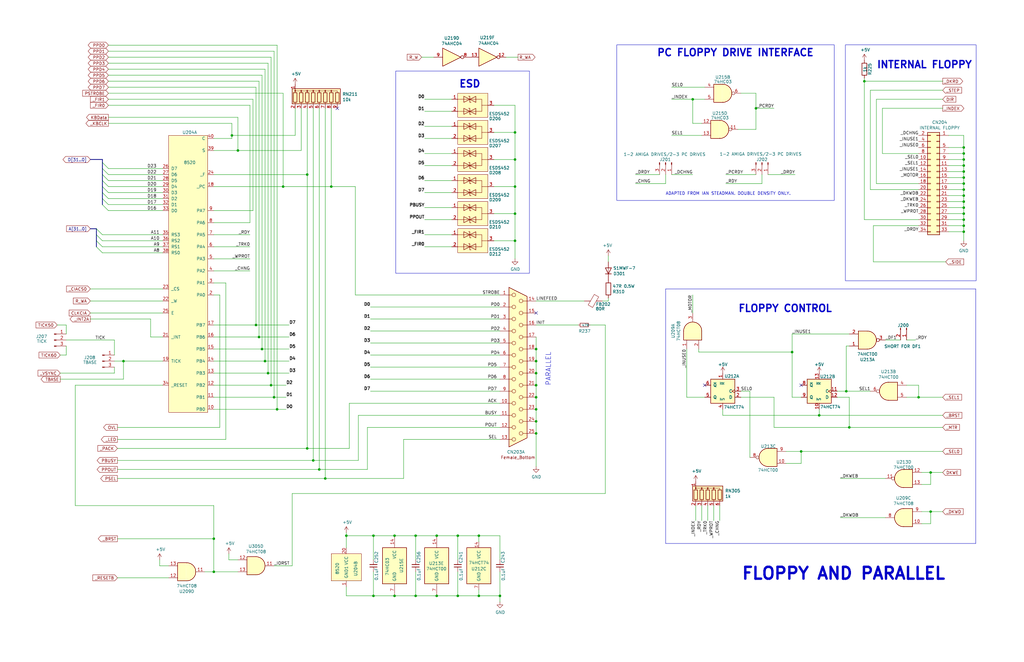
<source format=kicad_sch>
(kicad_sch (version 20231120) (generator "eeschema") (generator_version "8.0")
  (paper "B")
  (title_block (title "AMIGA PCI") (date "2025-07-11") (rev "6.0"))
  (junction (at 364.49 34.29))
  (junction (at 90.17 227.33))
  (junction (at 201.93 226.06))
  (junction (at 90.17 241.3))
  (junction (at 129.54 73.66))
  (junction (at 109.22 142.24))
  (junction (at 217.17 90.17))
  (junction (at 210.82 251.46))
  (junction (at 226.06 182.88))
  (junction (at 292.1 41.91))
  (junction (at 392.43 215.9))
  (junction (at 217.17 78.74))
  (junction (at 406.4 69.85))
  (junction (at 52.07 152.4))
  (junction (at 406.4 92.71))
  (junction (at 184.15 251.46))
  (junction (at 139.7 78.74))
  (junction (at 406.4 77.47))
  (junction (at 113.03 157.48))
  (junction (at 110.49 147.32))
  (junction (at 387.35 167.64))
  (junction (at 226.06 177.8))
  (junction (at 406.4 67.31))
  (junction (at 406.4 82.55))
  (junction (at 193.04 226.06))
  (junction (at 184.15 226.06))
  (junction (at 226.06 167.64))
  (junction (at 406.4 90.17))
  (junction (at 334.01 148.59))
  (junction (at 114.3 162.56))
  (junction (at 345.44 175.26))
  (junction (at 175.26 226.06))
  (junction (at 406.4 64.77))
  (junction (at 337.82 190.5))
  (junction (at 406.4 72.39))
  (junction (at 358.14 180.34))
  (junction (at 217.17 101.6))
  (junction (at 193.04 251.46))
  (junction (at 107.95 137.16))
  (junction (at 201.93 251.46))
  (junction (at 356.87 165.1))
  (junction (at 157.48 226.06))
  (junction (at 226.06 157.48))
  (junction (at 146.05 226.06))
  (junction (at 97.79 57.15))
  (junction (at 134.62 198.12))
  (junction (at 119.38 78.74))
  (junction (at 132.08 194.31))
  (junction (at 166.37 226.06))
  (junction (at 226.06 172.72))
  (junction (at 116.84 172.72))
  (junction (at 406.4 62.23))
  (junction (at 406.4 80.01))
  (junction (at 226.06 162.56))
  (junction (at 100.33 63.5))
  (junction (at 166.37 251.46))
  (junction (at 115.57 167.64))
  (junction (at 406.4 95.25))
  (junction (at 406.4 97.79))
  (junction (at 157.48 251.46))
  (junction (at 226.06 147.32))
  (junction (at 406.4 85.09))
  (junction (at 217.17 55.88))
  (junction (at 137.16 201.93))
  (junction (at 406.4 87.63))
  (junction (at 318.77 45.72))
  (junction (at 226.06 152.4))
  (junction (at 129.54 189.23))
  (junction (at 392.43 199.39))
  (junction (at 217.17 67.31))
  (junction (at 175.26 251.46))
  (junction (at 111.76 152.4))
  (junction (at 406.4 74.93))
  (no_connect (at 142.24 45.72))
  (no_connect (at 297.18 162.56))
  (no_connect (at 337.82 162.56))
  (no_connect (at 226.06 132.08))
  (bus_entry (at 45.72 76.2) (size -2.54 -2.54))
  (bus_entry (at 45.72 71.12) (size -2.54 -2.54))
  (bus_entry (at 45.72 86.36) (size -2.54 -2.54))
  (bus_entry (at 45.72 73.66) (size -2.54 -2.54))
  (bus_entry (at 43.18 99.06) (size -2.54 -2.54))
  (bus_entry (at 43.18 106.68) (size -2.54 -2.54))
  (bus_entry (at 45.72 88.9) (size -2.54 -2.54))
  (bus_entry (at 45.72 78.74) (size -2.54 -2.54))
  (bus_entry (at 43.18 104.14) (size -2.54 -2.54))
  (bus_entry (at 45.72 81.28) (size -2.54 -2.54))
  (bus_entry (at 43.18 101.6) (size -2.54 -2.54))
  (bus_entry (at 45.72 83.82) (size -2.54 -2.54))
  (wire (pts (xy 400.05 74.93) (xy 406.4 74.93)))
  (wire (pts (xy 358.14 180.34) (xy 326.39 180.34)))
  (wire (pts (xy 372.11 64.77) (xy 372.11 45.72)))
  (wire (pts (xy 283.21 57.15) (xy 295.91 57.15)))
  (wire (pts (xy 156.21 160.02) (xy 210.82 160.02)))
  (wire (pts (xy 280.67 73.66) (xy 280.67 77.47)))
  (wire (pts (xy 256.54 125.73) (xy 256.54 127)))
  (wire (pts (xy 280.67 77.47) (xy 267.97 77.47)))
  (wire (pts (xy 331.47 195.58) (xy 337.82 195.58)))
  (wire (pts (xy 45.72 24.13) (xy 114.3 24.13)))
  (wire (pts (xy 406.4 95.25) (xy 406.4 97.79)))
  (bus (pts (xy 43.18 68.58) (xy 43.18 71.12)))
  (wire (pts (xy 123.19 208.28) (xy 255.27 208.28)))
  (wire (pts (xy 139.7 45.72) (xy 139.7 78.74)))
  (wire (pts (xy 45.72 71.12) (xy 68.58 71.12)))
  (wire (pts (xy 400.05 85.09) (xy 406.4 85.09)))
  (wire (pts (xy 154.94 180.34) (xy 154.94 198.12)))
  (wire (pts (xy 156.21 165.1) (xy 210.82 165.1)))
  (wire (pts (xy 90.17 58.42) (xy 97.79 58.42)))
  (wire (pts (xy 107.95 137.16) (xy 121.92 137.16)))
  (wire (pts (xy 110.49 147.32) (xy 90.17 147.32)))
  (wire (pts (xy 334.01 140.97) (xy 334.01 148.59)))
  (wire (pts (xy 334.01 167.64) (xy 334.01 148.59)))
  (wire (pts (xy 106.68 88.9) (xy 90.17 88.9)))
  (wire (pts (xy 400.05 82.55) (xy 406.4 82.55)))
  (wire (pts (xy 208.28 101.6) (xy 217.17 101.6)))
  (wire (pts (xy 400.05 64.77) (xy 406.4 64.77)))
  (wire (pts (xy 45.72 34.29) (xy 109.22 34.29)))
  (wire (pts (xy 387.35 77.47) (xy 369.57 77.47)))
  (wire (pts (xy 382.27 143.51) (xy 386.08 143.51)))
  (wire (pts (xy 406.4 69.85) (xy 406.4 72.39)))
  (wire (pts (xy 97.79 58.42) (xy 97.79 57.15)))
  (wire (pts (xy 49.53 189.23) (xy 129.54 189.23)))
  (wire (pts (xy 124.46 57.15) (xy 97.79 57.15)))
  (wire (pts (xy 283.21 73.66) (xy 292.1 73.66)))
  (wire (pts (xy 25.4 160.02) (xy 52.07 160.02)))
  (wire (pts (xy 170.18 185.42) (xy 170.18 201.93)))
  (wire (pts (xy 218.44 24.13) (xy 213.36 24.13)))
  (wire (pts (xy 392.43 220.98) (xy 392.43 215.9)))
  (wire (pts (xy 109.22 34.29) (xy 109.22 142.24)))
  (wire (pts (xy 400.05 80.01) (xy 406.4 80.01)))
  (wire (pts (xy 105.41 44.45) (xy 45.72 44.45)))
  (wire (pts (xy 369.57 41.91) (xy 397.51 41.91)))
  (bus (pts (xy 38.1 96.52) (xy 40.64 96.52)))
  (wire (pts (xy 217.17 67.31) (xy 217.17 78.74)))
  (wire (pts (xy 63.5 134.62) (xy 38.1 134.62)))
  (wire (pts (xy 48.26 152.4) (xy 52.07 152.4)))
  (wire (pts (xy 179.07 53.34) (xy 190.5 53.34)))
  (wire (pts (xy 217.17 78.74) (xy 217.17 90.17)))
  (wire (pts (xy 406.4 67.31) (xy 406.4 69.85)))
  (wire (pts (xy 311.15 54.61) (xy 318.77 54.61)))
  (wire (pts (xy 367.03 80.01) (xy 367.03 38.1)))
  (wire (pts (xy 300.99 213.36) (xy 300.99 219.71)))
  (wire (pts (xy 179.07 76.2) (xy 190.5 76.2)))
  (wire (pts (xy 318.77 45.72) (xy 318.77 39.37)))
  (bus (pts (xy 40.64 101.6) (xy 40.64 104.14)))
  (wire (pts (xy 400.05 77.47) (xy 406.4 77.47)))
  (wire (pts (xy 45.72 73.66) (xy 68.58 73.66)))
  (wire (pts (xy 217.17 44.45) (xy 217.17 55.88)))
  (wire (pts (xy 90.17 93.98) (xy 105.41 93.98)))
  (wire (pts (xy 124.46 45.72) (xy 124.46 57.15)))
  (wire (pts (xy 114.3 24.13) (xy 114.3 162.56)))
  (wire (pts (xy 49.53 227.33) (xy 90.17 227.33)))
  (wire (pts (xy 96.52 233.68) (xy 96.52 236.22)))
  (wire (pts (xy 406.4 72.39) (xy 406.4 74.93)))
  (wire (pts (xy 193.04 251.46) (xy 201.93 251.46)))
  (wire (pts (xy 326.39 180.34) (xy 326.39 167.64)))
  (wire (pts (xy 364.49 33.02) (xy 364.49 34.29)))
  (wire (pts (xy 97.79 57.15) (xy 97.79 52.07)))
  (wire (pts (xy 179.07 64.77) (xy 190.5 64.77)))
  (wire (pts (xy 254 127) (xy 256.54 127)))
  (wire (pts (xy 43.18 106.68) (xy 68.58 106.68)))
  (wire (pts (xy 175.26 251.46) (xy 184.15 251.46)))
  (wire (pts (xy 334.01 148.59) (xy 294.64 148.59)))
  (wire (pts (xy 45.72 41.91) (xy 106.68 41.91)))
  (wire (pts (xy 179.07 92.71) (xy 190.5 92.71)))
  (wire (pts (xy 226.06 167.64) (xy 226.06 172.72)))
  (wire (pts (xy 27.94 149.86) (xy 25.4 149.86)))
  (wire (pts (xy 147.32 170.18) (xy 147.32 189.23)))
  (wire (pts (xy 201.93 226.06) (xy 201.93 228.6)))
  (wire (pts (xy 387.35 64.77) (xy 372.11 64.77)))
  (wire (pts (xy 208.28 78.74) (xy 217.17 78.74)))
  (wire (pts (xy 45.72 26.67) (xy 113.03 26.67)))
  (wire (pts (xy 184.15 226.06) (xy 193.04 226.06)))
  (wire (pts (xy 146.05 251.46) (xy 146.05 247.65)))
  (wire (pts (xy 406.4 92.71) (xy 406.4 95.25)))
  (wire (pts (xy 121.92 142.24) (xy 109.22 142.24)))
  (wire (pts (xy 318.77 73.66) (xy 306.07 73.66)))
  (wire (pts (xy 49.53 201.93) (xy 137.16 201.93)))
  (wire (pts (xy 318.77 39.37) (xy 312.42 39.37)))
  (wire (pts (xy 289.56 147.32) (xy 289.56 167.64)))
  (wire (pts (xy 97.79 52.07) (xy 45.72 52.07)))
  (wire (pts (xy 372.11 45.72) (xy 397.51 45.72)))
  (wire (pts (xy 170.18 201.93) (xy 137.16 201.93)))
  (wire (pts (xy 226.06 157.48) (xy 226.06 162.56)))
  (wire (pts (xy 387.35 167.64) (xy 397.51 167.64)))
  (wire (pts (xy 406.4 82.55) (xy 406.4 85.09)))
  (wire (pts (xy 67.31 236.22) (xy 67.31 238.76)))
  (wire (pts (xy 382.27 167.64) (xy 387.35 167.64)))
  (wire (pts (xy 68.58 76.2) (xy 45.72 76.2)))
  (wire (pts (xy 121.92 147.32) (xy 110.49 147.32)))
  (wire (pts (xy 353.06 167.64) (xy 358.14 167.64)))
  (wire (pts (xy 113.03 157.48) (xy 90.17 157.48)))
  (wire (pts (xy 400.05 69.85) (xy 406.4 69.85)))
  (wire (pts (xy 63.5 142.24) (xy 63.5 134.62)))
  (wire (pts (xy 116.84 19.05) (xy 116.84 172.72)))
  (wire (pts (xy 147.32 170.18) (xy 210.82 170.18)))
  (bus (pts (xy 43.18 83.82) (xy 43.18 86.36)))
  (wire (pts (xy 392.43 204.47) (xy 392.43 199.39)))
  (wire (pts (xy 337.82 190.5) (xy 397.51 190.5)))
  (wire (pts (xy 52.07 152.4) (xy 68.58 152.4)))
  (wire (pts (xy 166.37 251.46) (xy 175.26 251.46)))
  (wire (pts (xy 400.05 87.63) (xy 406.4 87.63)))
  (wire (pts (xy 406.4 64.77) (xy 406.4 67.31)))
  (wire (pts (xy 105.41 93.98) (xy 105.41 44.45)))
  (wire (pts (xy 177.8 24.13) (xy 182.88 24.13)))
  (wire (pts (xy 90.17 63.5) (xy 100.33 63.5)))
  (wire (pts (xy 312.42 165.1) (xy 316.23 165.1)))
  (wire (pts (xy 201.93 226.06) (xy 210.82 226.06)))
  (wire (pts (xy 45.72 78.74) (xy 68.58 78.74)))
  (wire (pts (xy 179.07 99.06) (xy 190.5 99.06)))
  (wire (pts (xy 226.06 182.88) (xy 226.06 196.85)))
  (wire (pts (xy 149.86 78.74) (xy 149.86 124.46)))
  (bus (pts (xy 40.64 99.06) (xy 40.64 101.6)))
  (wire (pts (xy 318.77 45.72) (xy 318.77 54.61)))
  (wire (pts (xy 68.58 132.08) (xy 38.1 132.08)))
  (wire (pts (xy 157.48 241.3) (xy 157.48 251.46)))
  (wire (pts (xy 255.27 137.16) (xy 255.27 208.28)))
  (wire (pts (xy 43.18 101.6) (xy 68.58 101.6)))
  (wire (pts (xy 345.44 172.72) (xy 345.44 175.26)))
  (wire (pts (xy 179.07 81.28) (xy 190.5 81.28)))
  (wire (pts (xy 193.04 226.06) (xy 201.93 226.06)))
  (wire (pts (xy 115.57 167.64) (xy 120.65 167.64)))
  (wire (pts (xy 154.94 198.12) (xy 134.62 198.12)))
  (wire (pts (xy 345.44 175.26) (xy 397.51 175.26)))
  (wire (pts (xy 292.1 41.91) (xy 292.1 52.07)))
  (wire (pts (xy 400.05 57.15) (xy 406.4 57.15)))
  (wire (pts (xy 90.17 114.3) (xy 105.41 114.3)))
  (wire (pts (xy 68.58 142.24) (xy 63.5 142.24)))
  (wire (pts (xy 400.05 72.39) (xy 406.4 72.39)))
  (wire (pts (xy 387.35 162.56) (xy 387.35 167.64)))
  (wire (pts (xy 400.05 90.17) (xy 406.4 90.17)))
  (wire (pts (xy 369.57 77.47) (xy 369.57 41.91)))
  (wire (pts (xy 92.71 180.34) (xy 92.71 124.46)))
  (wire (pts (xy 226.06 162.56) (xy 226.06 167.64)))
  (bus (pts (xy 43.18 76.2) (xy 43.18 78.74)))
  (wire (pts (xy 293.37 213.36) (xy 293.37 219.71)))
  (wire (pts (xy 226.06 172.72) (xy 226.06 177.8)))
  (wire (pts (xy 337.82 195.58) (xy 337.82 190.5)))
  (wire (pts (xy 156.21 154.94) (xy 210.82 154.94)))
  (wire (pts (xy 367.03 38.1) (xy 397.51 38.1)))
  (wire (pts (xy 294.64 148.59) (xy 294.64 147.32)))
  (wire (pts (xy 107.95 36.83) (xy 107.95 137.16)))
  (wire (pts (xy 134.62 45.72) (xy 134.62 198.12)))
  (wire (pts (xy 217.17 55.88) (xy 217.17 67.31)))
  (wire (pts (xy 175.26 236.22) (xy 175.26 226.06)))
  (wire (pts (xy 354.33 201.93) (xy 373.38 201.93)))
  (wire (pts (xy 387.35 95.25) (xy 368.3 95.25)))
  (wire (pts (xy 248.92 137.16) (xy 255.27 137.16)))
  (wire (pts (xy 406.4 62.23) (xy 406.4 64.77)))
  (wire (pts (xy 321.31 73.66) (xy 321.31 77.47)))
  (wire (pts (xy 208.28 90.17) (xy 217.17 90.17)))
  (wire (pts (xy 400.05 97.79) (xy 406.4 97.79)))
  (wire (pts (xy 356.87 146.05) (xy 356.87 165.1)))
  (wire (pts (xy 92.71 124.46) (xy 90.17 124.46)))
  (wire (pts (xy 127 45.72) (xy 127 63.5)))
  (wire (pts (xy 95.25 185.42) (xy 49.53 185.42)))
  (wire (pts (xy 388.62 220.98) (xy 392.43 220.98)))
  (wire (pts (xy 111.76 152.4) (xy 121.92 152.4)))
  (wire (pts (xy 109.22 142.24) (xy 90.17 142.24)))
  (wire (pts (xy 45.72 29.21) (xy 111.76 29.21)))
  (wire (pts (xy 175.26 241.3) (xy 175.26 251.46)))
  (wire (pts (xy 368.3 95.25) (xy 368.3 110.49)))
  (wire (pts (xy 157.48 226.06) (xy 166.37 226.06)))
  (wire (pts (xy 100.33 236.22) (xy 96.52 236.22)))
  (wire (pts (xy 123.19 238.76) (xy 123.19 208.28)))
  (wire (pts (xy 27.94 143.51) (xy 48.26 143.51)))
  (wire (pts (xy 129.54 73.66) (xy 129.54 189.23)))
  (wire (pts (xy 175.26 226.06) (xy 184.15 226.06)))
  (wire (pts (xy 45.72 88.9) (xy 68.58 88.9)))
  (wire (pts (xy 298.45 213.36) (xy 298.45 219.71)))
  (wire (pts (xy 68.58 81.28) (xy 45.72 81.28)))
  (wire (pts (xy 27.94 149.86) (xy 27.94 146.05)))
  (wire (pts (xy 90.17 227.33) (xy 90.17 241.3)))
  (wire (pts (xy 157.48 236.22) (xy 157.48 226.06)))
  (wire (pts (xy 90.17 241.3) (xy 100.33 241.3)))
  (wire (pts (xy 25.4 157.48) (xy 48.26 157.48)))
  (wire (pts (xy 156.21 134.62) (xy 210.82 134.62)))
  (wire (pts (xy 193.04 241.3) (xy 193.04 251.46)))
  (bus (pts (xy 40.64 96.52) (xy 40.64 99.06)))
  (wire (pts (xy 226.06 152.4) (xy 226.06 157.48)))
  (wire (pts (xy 90.17 213.36) (xy 31.75 213.36)))
  (wire (pts (xy 226.06 147.32) (xy 226.06 152.4)))
  (wire (pts (xy 45.72 39.37) (xy 119.38 39.37)))
  (wire (pts (xy 114.3 162.56) (xy 90.17 162.56)))
  (wire (pts (xy 113.03 157.48) (xy 121.92 157.48)))
  (wire (pts (xy 132.08 45.72) (xy 132.08 194.31)))
  (wire (pts (xy 406.4 97.79) (xy 406.4 101.6)))
  (wire (pts (xy 31.75 162.56) (xy 68.58 162.56)))
  (wire (pts (xy 292.1 52.07) (xy 295.91 52.07)))
  (wire (pts (xy 179.07 87.63) (xy 190.5 87.63)))
  (wire (pts (xy 27.94 137.16) (xy 27.94 140.97)))
  (wire (pts (xy 166.37 226.06) (xy 175.26 226.06)))
  (wire (pts (xy 157.48 251.46) (xy 166.37 251.46)))
  (wire (pts (xy 392.43 215.9) (xy 388.62 215.9)))
  (wire (pts (xy 49.53 198.12) (xy 134.62 198.12)))
  (wire (pts (xy 400.05 62.23) (xy 406.4 62.23)))
  (wire (pts (xy 27.94 137.16) (xy 24.13 137.16)))
  (wire (pts (xy 210.82 254) (xy 210.82 251.46)))
  (wire (pts (xy 406.4 87.63) (xy 406.4 90.17)))
  (wire (pts (xy 147.32 189.23) (xy 129.54 189.23)))
  (wire (pts (xy 48.26 157.48) (xy 48.26 154.94)))
  (wire (pts (xy 335.28 73.66) (xy 323.85 73.66)))
  (wire (pts (xy 256.54 107.95) (xy 256.54 110.49)))
  (wire (pts (xy 149.86 124.46) (xy 210.82 124.46)))
  (wire (pts (xy 387.35 80.01) (xy 367.03 80.01)))
  (wire (pts (xy 45.72 31.75) (xy 110.49 31.75)))
  (wire (pts (xy 179.07 41.91) (xy 190.5 41.91)))
  (wire (pts (xy 179.07 46.99) (xy 190.5 46.99)))
  (wire (pts (xy 31.75 213.36) (xy 31.75 162.56)))
  (wire (pts (xy 116.84 172.72) (xy 90.17 172.72)))
  (wire (pts (xy 90.17 119.38) (xy 95.25 119.38)))
  (wire (pts (xy 406.4 77.47) (xy 406.4 80.01)))
  (wire (pts (xy 115.57 167.64) (xy 90.17 167.64)))
  (wire (pts (xy 400.05 67.31) (xy 406.4 67.31)))
  (wire (pts (xy 116.84 172.72) (xy 120.65 172.72)))
  (wire (pts (xy 38.1 121.92) (xy 68.58 121.92)))
  (wire (pts (xy 217.17 90.17) (xy 217.17 101.6)))
  (wire (pts (xy 45.72 83.82) (xy 68.58 83.82)))
  (wire (pts (xy 364.49 34.29) (xy 397.51 34.29)))
  (wire (pts (xy 107.95 137.16) (xy 90.17 137.16)))
  (wire (pts (xy 179.07 104.14) (xy 190.5 104.14)))
  (wire (pts (xy 353.06 165.1) (xy 356.87 165.1)))
  (wire (pts (xy 373.38 143.51) (xy 379.73 143.51)))
  (wire (pts (xy 43.18 99.06) (xy 68.58 99.06)))
  (wire (pts (xy 52.07 160.02) (xy 52.07 152.4)))
  (wire (pts (xy 49.53 180.34) (xy 92.71 180.34)))
  (wire (pts (xy 226.06 137.16) (xy 243.84 137.16)))
  (wire (pts (xy 156.21 129.54) (xy 210.82 129.54)))
  (wire (pts (xy 382.27 162.56) (xy 387.35 162.56)))
  (wire (pts (xy 295.91 213.36) (xy 295.91 219.71)))
  (wire (pts (xy 170.18 185.42) (xy 210.82 185.42)))
  (wire (pts (xy 151.13 175.26) (xy 210.82 175.26)))
  (wire (pts (xy 90.17 152.4) (xy 111.76 152.4)))
  (wire (pts (xy 179.07 69.85) (xy 190.5 69.85)))
  (wire (pts (xy 201.93 251.46) (xy 210.82 251.46)))
  (wire (pts (xy 226.06 142.24) (xy 226.06 147.32)))
  (wire (pts (xy 331.47 190.5) (xy 337.82 190.5)))
  (wire (pts (xy 226.06 177.8) (xy 226.06 182.88)))
  (bus (pts (xy 43.18 73.66) (xy 43.18 76.2)))
  (wire (pts (xy 388.62 199.39) (xy 392.43 199.39)))
  (wire (pts (xy 210.82 236.22) (xy 210.82 226.06)))
  (wire (pts (xy 157.48 226.06) (xy 146.05 226.06)))
  (wire (pts (xy 406.4 74.93) (xy 406.4 77.47)))
  (wire (pts (xy 115.57 21.59) (xy 115.57 167.64)))
  (wire (pts (xy 304.8 175.26) (xy 345.44 175.26)))
  (wire (pts (xy 283.21 41.91) (xy 292.1 41.91)))
  (wire (pts (xy 113.03 26.67) (xy 113.03 157.48)))
  (wire (pts (xy 267.97 73.66) (xy 278.13 73.66)))
  (wire (pts (xy 292.1 124.46) (xy 292.1 132.08)))
  (wire (pts (xy 397.51 215.9) (xy 392.43 215.9)))
  (wire (pts (xy 90.17 78.74) (xy 119.38 78.74)))
  (wire (pts (xy 406.4 90.17) (xy 406.4 92.71)))
  (wire (pts (xy 356.87 146.05) (xy 358.14 146.05)))
  (wire (pts (xy 146.05 226.06) (xy 146.05 231.14)))
  (wire (pts (xy 400.05 95.25) (xy 406.4 95.25)))
  (wire (pts (xy 318.77 45.72) (xy 326.39 45.72)))
  (bus (pts (xy 43.18 81.28) (xy 43.18 83.82)))
  (wire (pts (xy 45.72 36.83) (xy 107.95 36.83)))
  (wire (pts (xy 208.28 67.31) (xy 217.17 67.31)))
  (bus (pts (xy 43.18 78.74) (xy 43.18 81.28)))
  (wire (pts (xy 337.82 167.64) (xy 334.01 167.64)))
  (wire (pts (xy 45.72 19.05) (xy 116.84 19.05)))
  (wire (pts (xy 208.28 44.45) (xy 217.17 44.45)))
  (wire (pts (xy 297.18 41.91) (xy 292.1 41.91)))
  (wire (pts (xy 289.56 167.64) (xy 297.18 167.64)))
  (wire (pts (xy 358.14 180.34) (xy 397.51 180.34)))
  (wire (pts (xy 106.68 41.91) (xy 106.68 88.9)))
  (wire (pts (xy 316.23 165.1) (xy 316.23 193.04)))
  (wire (pts (xy 400.05 92.71) (xy 406.4 92.71)))
  (wire (pts (xy 95.25 119.38) (xy 95.25 185.42)))
  (wire (pts (xy 139.7 78.74) (xy 149.86 78.74)))
  (wire (pts (xy 208.28 55.88) (xy 217.17 55.88)))
  (wire (pts (xy 226.06 127) (xy 246.38 127)))
  (wire (pts (xy 68.58 86.36) (xy 45.72 86.36)))
  (wire (pts (xy 406.4 57.15) (xy 406.4 62.23)))
  (wire (pts (xy 67.31 238.76) (xy 71.12 238.76)))
  (wire (pts (xy 110.49 31.75) (xy 110.49 147.32)))
  (wire (pts (xy 321.31 77.47) (xy 306.07 77.47)))
  (wire (pts (xy 201.93 251.46) (xy 201.93 248.92)))
  (bus (pts (xy 43.18 71.12) (xy 43.18 73.66)))
  (wire (pts (xy 90.17 104.14) (xy 105.41 104.14)))
  (wire (pts (xy 137.16 45.72) (xy 137.16 201.93)))
  (wire (pts (xy 151.13 194.31) (xy 132.08 194.31)))
  (wire (pts (xy 90.17 73.66) (xy 129.54 73.66)))
  (wire (pts (xy 356.87 165.1) (xy 367.03 165.1)))
  (wire (pts (xy 303.53 213.36) (xy 303.53 219.71)))
  (wire (pts (xy 100.33 63.5) (xy 100.33 49.53)))
  (wire (pts (xy 156.21 139.7) (xy 210.82 139.7)))
  (wire (pts (xy 368.3 110.49) (xy 398.78 110.49)))
  (wire (pts (xy 388.62 204.47) (xy 392.43 204.47)))
  (wire (pts (xy 119.38 39.37) (xy 119.38 78.74)))
  (wire (pts (xy 45.72 49.53) (xy 100.33 49.53)))
  (wire (pts (xy 45.72 21.59) (xy 115.57 21.59)))
  (wire (pts (xy 115.57 238.76) (xy 123.19 238.76)))
  (wire (pts (xy 49.53 243.84) (xy 71.12 243.84)))
  (wire (pts (xy 210.82 241.3) (xy 210.82 251.46)))
  (wire (pts (xy 157.48 251.46) (xy 146.05 251.46)))
  (wire (pts (xy 406.4 80.01) (xy 406.4 82.55)))
  (wire (pts (xy 217.17 101.6) (xy 217.17 109.22)))
  (wire (pts (xy 193.04 236.22) (xy 193.04 226.06)))
  (wire (pts (xy 334.01 140.97) (xy 358.14 140.97)))
  (wire (pts (xy 387.35 92.71) (xy 364.49 92.71)))
  (wire (pts (xy 179.07 58.42) (xy 190.5 58.42)))
  (wire (pts (xy 304.8 175.26) (xy 304.8 172.72)))
  (wire (pts (xy 326.39 167.64) (xy 312.42 167.64)))
  (wire (pts (xy 119.38 78.74) (xy 139.7 78.74)))
  (wire (pts (xy 392.43 199.39) (xy 397.51 199.39)))
  (wire (pts (xy 406.4 85.09) (xy 406.4 87.63)))
  (wire (pts (xy 358.14 167.64) (xy 358.14 180.34)))
  (wire (pts (xy 156.21 149.86) (xy 210.82 149.86)))
  (wire (pts (xy 86.36 241.3) (xy 90.17 241.3)))
  (wire (pts (xy 184.15 251.46) (xy 193.04 251.46)))
  (bus (pts (xy 43.18 67.31) (xy 38.1 67.31)))
  (wire (pts (xy 90.17 99.06) (xy 105.41 99.06)))
  (wire (pts (xy 111.76 29.21) (xy 111.76 152.4)))
  (wire (pts (xy 156.21 144.78) (xy 210.82 144.78)))
  (bus (pts (xy 43.18 67.31) (xy 43.18 68.58)))
  (wire (pts (xy 48.26 143.51) (xy 48.26 149.86)))
  (wire (pts (xy 154.94 180.34) (xy 210.82 180.34)))
  (wire (pts (xy 49.53 194.31) (xy 132.08 194.31)))
  (wire (pts (xy 100.33 63.5) (xy 127 63.5)))
  (wire (pts (xy 90.17 109.22) (xy 105.41 109.22)))
  (wire (pts (xy 38.1 127) (xy 68.58 127)))
  (wire (pts (xy 283.21 36.83) (xy 297.18 36.83)))
  (wire (pts (xy 90.17 227.33) (xy 90.17 213.36)))
  (wire (pts (xy 129.54 45.72) (xy 129.54 73.66)))
  (wire (pts (xy 151.13 175.26) (xy 151.13 194.31)))
  (wire (pts (xy 364.49 34.29) (xy 364.49 92.71)))
  (wire (pts (xy 68.58 104.14) (xy 43.18 104.14)))
  (wire (pts (xy 114.3 162.56) (xy 120.65 162.56)))
  (wire (pts (xy 354.33 218.44) (xy 373.38 218.44)))
  (wire (pts (xy 146.05 224.79) (xy 146.05 226.06)))
  (rectangle (start 280.67 121.92) (end 411.48 229.362))
  (rectangle (start 260.096 18.923) (end 351.79 84.582))
  (rectangle (start 166.878 29.972) (end 223.266 115.316))
  (rectangle (start 356.489 18.923) (end 411.607 118.491))
  (text "FLOPPY AND PARALLEL" (at 312.42 245.11 0) (effects (font (size 5.0038 5.0038) (thickness 1.0008) (bold yes)) (justify left bottom)))
  (text "PC FLOPPY DRIVE INTERFACE" (at 276.86 24.13 0) (effects (font (size 3 3) (thickness 0.6) (bold yes)) (justify left bottom)))
  (text "ADAPTED FROM IAN STEADMAN. DOUBLE DENSITY ONLY." (at 280.67 82.55 0) (effects (font (size 1.27 1.27)) (justify left bottom)))
  (text "INTERNAL FLOPPY" (at 369.57 29.21 0) (effects (font (size 3 3) (thickness 0.6) (bold yes)) (justify left bottom)))
  (text "PARALLEL" (at 232.41 148.59 90) (effects (font (size 2.0066 2.0066)) (justify right bottom)))
  (text "ESD" (at 198.12 35.56 0) (effects (font (size 3 3) (thickness 0.6) (bold yes))))
  (text "FLOPPY CONTROL" (at 311.15 132.08 0) (effects (font (size 3 3) (bold yes)) (justify left bottom)))
  (label "D1" (at 156.21 134.62 180) (effects (font (bold yes))))
  (label "D4" (at 156.21 149.86 180) (effects (font (bold yes))))
  (label "_TRK0" (at 387.35 87.63 180))
  (label "_TRK0" (at 298.45 219.71 270))
  (label "D3" (at 179.07 58.42 180) (effects (font (bold yes))))
  (label "_INDEX" (at 283.21 41.91 0))
  (label "LINEFEED" (at 226.06 127 0))
  (label "D2" (at 156.21 139.7 180) (effects (font (bold yes))))
  (label "_FIR1" (at 179.07 99.06 180) (effects (font (bold yes))))
  (label "SEL1" (at 367.03 165.1 180))
  (label "_DRDY" (at 387.35 97.79 180))
  (label "_SEL1" (at 387.35 69.85 180))
  (label "D7" (at 121.92 137.16 0) (effects (font (bold yes))))
  (label "PD1" (at 210.82 134.62 180))
  (label "D1" (at 179.07 46.99 180) (effects (font (bold yes))))
  (label "A10" (at 67.31 101.6 180) (effects (font (size 1.2954 1.2954))))
  (label "D20" (at 66.04 78.74 180) (effects (font (size 1.2954 1.2954))))
  (label "PD6" (at 209.55 160.02 180))
  (label "PBUSY" (at 179.07 87.63 180) (effects (font (bold yes))))
  (label "_IORST" (at 115.57 238.76 0))
  (label "D21" (at 66.04 76.2 180) (effects (font (size 1.2954 1.2954))))
  (label "D0" (at 179.07 41.91 180) (effects (font (bold yes))))
  (label "D3" (at 121.92 157.48 0) (effects (font (bold yes))))
  (label "SEL" (at 209.55 185.42 180))
  (label "_CHNG" (at 105.41 114.3 180))
  (label "_DRDY" (at 267.97 73.66 0))
  (label "PD7" (at 209.55 165.1 180))
  (label "D16" (at 66.04 88.9 180) (effects (font (size 1.2954 1.2954))))
  (label "D2" (at 120.65 162.56 0) (effects (font (bold yes))))
  (label "_DKWEB" (at 354.33 201.93 0))
  (label "A9" (at 67.31 104.14 180) (effects (font (size 1.2954 1.2954))))
  (label "_MOTOR" (at 292.1 124.46 270))
  (label "_WPROT" (at 300.99 219.71 270))
  (label "BUSY" (at 209.55 175.26 180))
  (label "PD2" (at 210.82 139.7 180))
  (label "D6" (at 121.92 142.24 0) (effects (font (bold yes))))
  (label "PD3" (at 210.82 144.78 180))
  (label "_MOTOR" (at 387.35 74.93 180))
  (label "_RDY" (at 306.07 77.47 0))
  (label "PD5" (at 209.55 154.94 180))
  (label "_RDY" (at 295.91 219.71 270))
  (label "_INUSE1" (at 387.35 59.69 180))
  (label "_SEL0" (at 387.35 67.31 180))
  (label "STROBE" (at 210.82 124.46 180))
  (label "_DCHNG" (at 387.35 57.15 180))
  (label "D0" (at 156.21 129.54 180) (effects (font (bold yes))))
  (label "PD0" (at 210.82 129.54 180))
  (label "_INUSE1" (at 387.35 72.39 180))
  (label "_CHNG" (at 303.53 219.71 270))
  (label "D4" (at 121.92 152.4 0) (effects (font (bold yes))))
  (label "_DCHNG" (at 292.1 73.66 180))
  (label "_INUSE0" (at 387.35 62.23 180))
  (label "_INDEX" (at 293.37 219.71 270))
  (label "D4" (at 179.07 64.77 180) (effects (font (bold yes))))
  (label "INIT" (at 226.06 137.16 0))
  (label "D5" (at 121.92 147.32 0) (effects (font (bold yes))))
  (label "D7" (at 179.07 81.28 180) (effects (font (bold yes))))
  (label "_DKWEB" (at 387.35 85.09 180))
  (label "D2" (at 179.07 53.34 180) (effects (font (bold yes))))
  (label "D22" (at 66.04 73.66 180) (effects (font (size 1.2954 1.2954))))
  (label "D6" (at 179.07 76.2 180) (effects (font (bold yes))))
  (label "D19" (at 66.04 81.28 180) (effects (font (size 1.2954 1.2954))))
  (label "_WPROT" (at 105.41 109.22 180))
  (label "_INUSE0" (at 289.56 147.32 270))
  (label "_PCRDY" (at 326.39 45.72 180))
  (label "_DKWDB" (at 354.33 218.44 0))
  (label "A11" (at 67.31 99.06 180) (effects (font (size 1.2954 1.2954))))
  (label "D5" (at 179.07 69.85 180) (effects (font (bold yes))))
  (label "_WPROT" (at 387.35 90.17 180))
  (label "D23" (at 66.04 71.12 180) (effects (font (size 1.2954 1.2954))))
  (label "SEL0" (at 312.42 165.1 0))
  (label "_DRDY" (at 335.28 73.66 180))
  (label "_CHNG" (at 267.97 77.47 0))
  (label "_RDY" (at 105.41 99.06 180))
  (label "D0" (at 120.65 172.72 0) (effects (font (bold yes))))
  (label "PD4" (at 210.82 149.86 180))
  (label "_INUSE1" (at 334.01 140.97 0))
  (label "PPOUT" (at 179.07 92.71 180) (effects (font (bold yes))))
  (label "_FIR0" (at 179.07 104.14 180) (effects (font (bold yes))))
  (label "POUT" (at 209.55 180.34 180))
  (label "D17" (at 66.04 86.36 180) (effects (font (size 1.2954 1.2954))))
  (label "D1" (at 120.65 167.64 0) (effects (font (bold yes))))
  (label "D18" (at 66.04 83.82 180) (effects (font (size 1.2954 1.2954))))
  (label "A8" (at 67.31 106.68 180) (effects (font (size 1.2954 1.2954))))
  (label "D3" (at 156.21 144.78 180) (effects (font (bold yes))))
  (label "SEL0" (at 283.21 36.83 0))
  (label "TICK" (at 44.45 143.51 180))
  (label "_TRK0" (at 105.41 104.14 180))
  (label "_RDY" (at 386.08 143.51 0))
  (label "SEL1" (at 283.21 57.15 0))
  (label "D7" (at 156.21 165.1 180) (effects (font (bold yes))))
  (label "_PCRDY" (at 306.07 73.66 0))
  (label "_DF1" (at 373.38 143.51 0))
  (label "ACK" (at 209.55 170.18 180))
  (label "D5" (at 156.21 154.94 180) (effects (font (bold yes))))
  (label "_DKWDB" (at 387.35 82.55 180))
  (label "D6" (at 156.21 160.02 180) (effects (font (bold yes))))
  (global_label "PPOUT" (shape output) (at 49.53 198.12 180) (property "Intersheetrefs" "${INTERSHEET_REFS}" (at 40.4556 198.12 0) (effects (justify right))))
  (global_label "_VSYNC" (shape input) (at 25.4 157.48 180) (property "Intersheetrefs" "${INTERSHEET_REFS}" (at 20.701 155.067 0) (effects (justify right))))
  (global_label "PPD0" (shape bidirectional) (at 45.72 19.05 180) (property "Intersheetrefs" "${INTERSHEET_REFS}" (at 36.6834 19.05 0) (effects (justify right))))
  (global_label "PPD5" (shape bidirectional) (at 45.72 31.75 180) (property "Intersheetrefs" "${INTERSHEET_REFS}" (at 36.6834 31.75 0) (effects (justify right))))
  (global_label "PPD3" (shape bidirectional) (at 45.72 26.67 180) (property "Intersheetrefs" "${INTERSHEET_REFS}" (at 36.6834 26.67 0) (effects (justify right))))
  (global_label "_FIR1" (shape input) (at 45.72 41.91 180) (property "Intersheetrefs" "${INTERSHEET_REFS}" (at 37.6737 41.91 0) (effects (justify right))))
  (global_label "TBASE" (shape output) (at 25.4 160.02 180) (property "Intersheetrefs" "${INTERSHEET_REFS}" (at 16.8095 160.02 0) (effects (justify right))))
  (global_label "PPD2" (shape bidirectional) (at 45.72 24.13 180) (property "Intersheetrefs" "${INTERSHEET_REFS}" (at 36.6834 24.13 0) (effects (justify right))))
  (global_label "TICK50" (shape input) (at 24.13 137.16 180) (property "Intersheetrefs" "${INTERSHEET_REFS}" (at 16.51 137.16 0) (effects (justify right))))
  (global_label "_SEL1" (shape input) (at 397.51 167.64 0) (property "Intersheetrefs" "${INTERSHEET_REFS}" (at 405.9795 167.64 0) (effects (justify left))))
  (global_label "_INDEX" (shape output) (at 397.51 45.72 0) (property "Intersheetrefs" "${INTERSHEET_REFS}" (at 406.9472 45.72 0) (effects (justify left))))
  (global_label "_STEP" (shape input) (at 397.51 38.1 0) (property "Intersheetrefs" "${INTERSHEET_REFS}" (at 405.9795 38.1 0) (effects (justify left))))
  (global_label "_CIACS0" (shape input) (at 38.1 121.92 180) (property "Intersheetrefs" "${INTERSHEET_REFS}" (at 27.4948 121.92 0) (effects (justify right))))
  (global_label "_LED" (shape output) (at 49.53 185.42 180) (property "Intersheetrefs" "${INTERSHEET_REFS}" (at 42.2095 185.42 0) (effects (justify right))))
  (global_label "_RESETB" (shape input) (at 49.53 243.84 180) (property "Intersheetrefs" "${INTERSHEET_REFS}" (at 38.5621 243.84 0) (effects (justify right))))
  (global_label "DIR" (shape input) (at 397.51 41.91 0) (property "Intersheetrefs" "${INTERSHEET_REFS}" (at 403.5606 41.91 0) (effects (justify left))))
  (global_label "A[31..0]" (shape input) (at 38.1 96.52 180) (property "Intersheetrefs" "${INTERSHEET_REFS}" (at 40.259 93.599 0) (effects (justify right))))
  (global_label "_SEL0" (shape input) (at 397.51 190.5 0) (property "Intersheetrefs" "${INTERSHEET_REFS}" (at 405.9795 190.5 0) (effects (justify left))))
  (global_label "_DKRD" (shape output) (at 397.51 34.29 0) (property "Intersheetrefs" "${INTERSHEET_REFS}" (at 406.4634 34.29 0) (effects (justify left))))
  (global_label "_PACK" (shape input) (at 49.53 189.23 180) (property "Intersheetrefs" "${INTERSHEET_REFS}" (at 40.758 189.23 0) (effects (justify right))))
  (global_label "_INT2A" (shape output) (at 38.1 134.62 180) (property "Intersheetrefs" "${INTERSHEET_REFS}" (at 28.9462 134.62 0) (effects (justify right))))
  (global_label "_BRST" (shape output) (at 49.53 227.33 180) (property "Intersheetrefs" "${INTERSHEET_REFS}" (at 40.9395 227.33 0) (effects (justify right))))
  (global_label "_KBCLK" (shape output) (at 45.72 52.07 180) (property "Intersheetrefs" "${INTERSHEET_REFS}" (at 35.7385 52.07 0) (effects (justify right))))
  (global_label "PPD4" (shape bidirectional) (at 45.72 29.21 180) (property "Intersheetrefs" "${INTERSHEET_REFS}" (at 36.6834 29.21 0) (effects (justify right))))
  (global_label "PPD1" (shape bidirectional) (at 45.72 21.59 180) (property "Intersheetrefs" "${INTERSHEET_REFS}" (at 36.6834 21.59 0) (effects (justify right))))
  (global_label "PBUSY" (shape output) (at 49.53 194.31 180) (property "Intersheetrefs" "${INTERSHEET_REFS}" (at 40.4556 194.31 0) (effects (justify right))))
  (global_label "D[31..0]" (shape bidirectional) (at 38.1 67.31 180) (effects (font (size 1.2954 1.2954))) (property "Intersheetrefs" "${INTERSHEET_REFS}" (at 42.799 64.262 0) (effects (justify right))))
  (global_label "R_WA" (shape output) (at 218.44 24.13 0) (property "Intersheetrefs" "${INTERSHEET_REFS}" (at 226.568 24.384 0) (effects (justify left))))
  (global_label "_SIDE" (shape input) (at 398.78 110.49 0) (property "Intersheetrefs" "${INTERSHEET_REFS}" (at 406.8867 110.49 0) (effects (justify left))))
  (global_label "TICK60" (shape input) (at 25.4 149.86 180) (property "Intersheetrefs" "${INTERSHEET_REFS}" (at 18.034 149.86 0) (effects (justify right))))
  (global_label "PSEL" (shape output) (at 49.53 201.93 180) (property "Intersheetrefs" "${INTERSHEET_REFS}" (at 41.9676 201.93 0) (effects (justify right))))
  (global_label "_DKWD" (shape input) (at 397.51 215.9 0) (property "Intersheetrefs" "${INTERSHEET_REFS}" (at 406.6448 215.9 0) (effects (justify left))))
  (global_label "PPD7" (shape bidirectional) (at 45.72 36.83 180) (property "Intersheetrefs" "${INTERSHEET_REFS}" (at 36.6834 36.83 0) (effects (justify right))))
  (global_label "CLKCIA" (shape input) (at 38.1 132.08 180) (property "Intersheetrefs" "${INTERSHEET_REFS}" (at 28.6627 132.08 0) (effects (justify right))))
  (global_label "R_W" (shape input) (at 177.8 24.13 180) (property "Intersheetrefs" "${INTERSHEET_REFS}" (at 171.704 24.13 0) (effects (justify right))))
  (global_label "PPD6" (shape bidirectional) (at 45.72 34.29 180) (property "Intersheetrefs" "${INTERSHEET_REFS}" (at 36.6834 34.29 0) (effects (justify right))))
  (global_label "OVL" (shape output) (at 49.53 180.34 180) (property "Intersheetrefs" "${INTERSHEET_REFS}" (at 43.177 180.34 0) (effects (justify right))))
  (global_label "_MTR" (shape input) (at 397.51 180.34 0) (property "Intersheetrefs" "${INTERSHEET_REFS}" (at 405.0724 180.34 0) (effects (justify left))))
  (global_label "DKWE" (shape input) (at 397.51 199.39 0) (property "Intersheetrefs" "${INTERSHEET_REFS}" (at 405.5562 199.39 0) (effects (justify left))))
  (global_label "KBData" (shape output) (at 45.72 49.53 180) (property "Intersheetrefs" "${INTERSHEET_REFS}" (at 35.9805 49.53 0) (effects (justify right))))
  (global_label "R_WA" (shape input) (at 38.1 127 180) (property "Intersheetrefs" "${INTERSHEET_REFS}" (at 32.004 127 0) (effects (justify right))))
  (global_label "_FIR0" (shape input) (at 45.72 44.45 180) (property "Intersheetrefs" "${INTERSHEET_REFS}" (at 37.6737 44.45 0) (effects (justify right))))
  (global_label "PSTROBE" (shape input) (at 45.72 39.37 180) (property "Intersheetrefs" "${INTERSHEET_REFS}" (at 34.3476 39.37 0) (effects (justify right))))
  (global_label "_BRST" (shape input) (at 397.51 175.26 0) (property "Intersheetrefs" "${INTERSHEET_REFS}" (at 406.1005 175.26 0) (effects (justify left))))
  (symbol (lib_id "power:+5V") (at 345.44 157.48 0) (unit 1)
    (property "Reference" "#PWR0131" (effects (hide yes)))
    (property "Value" "+5V" (at 345.44 153.797 0))
    (instances (project "AmigaPCI Mainboard" (path "" (reference "#PWR0131") (unit 1))) (project "2000ATX" (path "" (reference "#PWR0373") (unit 1))))
  )
  (symbol (lib_id "AmigaPCI-Symbols:ESDS452") (at 199.39 100.33 0) (mirror y) (unit 1)
    (property "Reference" "D212" (at 208.788 107.188 0))
    (property "Value" "ESDS452" (at 210.566 105.156 0))
    (property "Footprint" "AmigaPCI:SOT-23" (effects (hide yes)))
    (property "Datasheet" "https://www.ti.com/lit/ds/symlink/esds452.pdf?ts=1721984995680&ref_url=https%253A%252F%252Fwww.ti.com%252Fproduct%252FESDS452%253Fbm-verify%253DAAQAAAAJ______nQhGVU8Z7eml6g06MJuArerdvJtlpRaKwiN17ps8vFamsVh9Deep4BlrW-_1vhdIBHtFgC600C9KSNvCvgF1TA6XVnmqO6NzUdcOnPB_IbBBz5PIgcb1iF26LLkd4hSzpXb7XP5O0ZJem4qGA-OWwlFOQ8t6R0Dwj4b2Mqz7D9PsKtEyen7EAoX2d8CCHMZSyWQK7JCx3bNlGbpJwrkKM8-R9gjxNQaPp_awuITtiI-ZY5aaGhGoeYUvxemcfvvUOgHLEny18MLiXg9qNxe5jWEjSKfZXhvgtOXClxiOJWKWTXdbh6_g_QH9Zz74bPT_3qNB1HY2y-YOkT0H6Eh-vV69KinIhE6w6QJUZMBf1w1Q" (effects (hide yes)))
    (property "Description" "ESD protection diode" (effects (hide yes)))
  )
  (symbol (lib_id "Device:R_Network08") (at 134.62 40.64 0) (unit 1)
    (property "Reference" "RN211" (at 144.399 39.7256 0) (effects (justify left)))
    (property "Value" "10k" (at 144.399 42.037 0) (effects (justify left)))
    (property "Footprint" "Resistor_THT:R_Array_SIP9" (effects (hide yes)))
    (property "Datasheet" "http://www.vishay.com/docs/31509/csc.pdf" (effects (hide yes)))
    (instances (project "AmigaPCI Mainboard" (path "" (reference "RN211") (unit 1))) (project "2000ATX" (path "" (reference "RN300") (unit 1))))
  )
  (symbol (lib_id "Diode:1N4001") (at 256.54 114.3 270) (mirror x) (unit 1)
    (property "Reference" "D301" (at 258.572 115.4684 90) (effects (justify left)))
    (property "Value" "S1MWF-7" (at 258.572 113.157 90) (effects (justify left)))
    (property "Footprint" "Diode_SMD:D_SOD-123F" (effects (hide yes)))
    (property "Datasheet" "http://www.vishay.com/docs/88503/1n4001.pdf" (effects (hide yes)))
  )
  (symbol (lib_id "power:+5V") (at 124.46 35.56 0) (unit 1)
    (property "Reference" "#PWR0117" (effects (hide yes)))
    (property "Value" "+5V" (at 124.841 31.1658 0))
    (instances (project "AmigaPCI Mainboard" (path "" (reference "#PWR0117") (unit 1))) (project "2000ATX" (path "" (reference "#PWR0363") (unit 1))))
  )
  (symbol (lib_id "Connector:Conn_01x03_Pin") (at 280.67 68.58 270) (unit 1)
    (property "Reference" "J201" (at 282.956 67.31 90) (effects (justify right)))
    (property "Value" "1-2 AMIGA DRIVES/2-3 PC DRIVES" (at 297.561 65.151 90) (effects (justify right)))
    (property "Footprint" "Connector_PinHeader_2.54mm:PinHeader_1x03_P2.54mm_Vertical" (effects (hide yes)))
    (instances (project "AmigaPCI Mainboard" (path "" (reference "J201") (unit 1))) (project "2000ATX" (path "" (reference "J301") (unit 1)) (path "" (reference "J301") (unit 1))))
  )
  (symbol (lib_id "power:+5V") (at 293.37 203.2 0) (unit 1)
    (property "Reference" "#PWR0123" (effects (hide yes)))
    (property "Value" "+5V" (at 293.751 198.8058 0))
    (instances (project "AmigaPCI Mainboard" (path "" (reference "#PWR0123") (unit 1))) (project "2000ATX" (path "" (reference "#PWR0376") (unit 1))))
  )
  (symbol (lib_id "AmigaPCI-Symbols:MOS 8520") (at 80.01 109.22 0) (unit 1)
    (property "Reference" "U204" (at 80.01 55.88 0))
    (property "Value" "8520" (at 80.01 68.58 0))
    (property "Footprint" "Package_DIP:DIP-40_W15.24mm_Socket" (effects (hide yes)))
    (instances (project "AmigaPCI Mainboard" (path "" (reference "U204") (unit 1))) (project "2000ATX" (path "" (reference "U300") (unit 1))))
  )
  (symbol (lib_id "power:GND") (at 217.17 109.22 0) (unit 1)
    (property "Reference" "#PWR374" (effects (hide yes)))
    (property "Value" "GND" (at 217.297 113.6142 0))
  )
  (symbol (lib_id "AmigaPCI-Symbols:ESDS452") (at 199.39 88.9 0) (mirror y) (unit 1)
    (property "Reference" "D210" (at 208.788 95.758 0))
    (property "Value" "ESDS452" (at 210.566 93.726 0))
    (property "Footprint" "AmigaPCI:SOT-23" (effects (hide yes)))
    (property "Datasheet" "https://www.ti.com/lit/ds/symlink/esds452.pdf?ts=1721984995680&ref_url=https%253A%252F%252Fwww.ti.com%252Fproduct%252FESDS452%253Fbm-verify%253DAAQAAAAJ______nQhGVU8Z7eml6g06MJuArerdvJtlpRaKwiN17ps8vFamsVh9Deep4BlrW-_1vhdIBHtFgC600C9KSNvCvgF1TA6XVnmqO6NzUdcOnPB_IbBBz5PIgcb1iF26LLkd4hSzpXb7XP5O0ZJem4qGA-OWwlFOQ8t6R0Dwj4b2Mqz7D9PsKtEyen7EAoX2d8CCHMZSyWQK7JCx3bNlGbpJwrkKM8-R9gjxNQaPp_awuITtiI-ZY5aaGhGoeYUvxemcfvvUOgHLEny18MLiXg9qNxe5jWEjSKfZXhvgtOXClxiOJWKWTXdbh6_g_QH9Zz74bPT_3qNB1HY2y-YOkT0H6Eh-vV69KinIhE6w6QJUZMBf1w1Q" (effects (hide yes)))
    (property "Description" "ESD protection diode" (effects (hide yes)))
  )
  (symbol (lib_id "Device:C_Small") (at 175.26 238.76 180) (unit 1)
    (property "Reference" "C256" (at 176.53 237.744 90) (effects (justify right)))
    (property "Value" "0.1uF" (at 176.657 245.11 90) (effects (justify right)))
    (property "Footprint" "Capacitor_SMD:C_0603_1608Metric" (effects (hide yes)))
    (instances (project "AmigaPCI Mainboard" (path "" (reference "C256") (unit 1))) (project "2000ATX" (path "" (reference "C203") (unit 1))))
  )
  (symbol (lib_id "Device:R") (at 364.49 29.21 0) (unit 1)
    (property "Reference" "R225" (at 366.776 31.75 90) (effects (justify left)))
    (property "Value" "1k" (at 364.744 30.48 90) (effects (justify left)))
    (property "Footprint" "Resistor_SMD:R_0603_1608Metric" (effects (hide yes)))
    (instances (project "AmigaPCI Mainboard" (path "" (reference "R225") (unit 1))) (project "2000ATX" (path "" (reference "R301") (unit 1))))
  )
  (symbol (lib_id "AmigaPCI-Symbols:Ferrite_Bead") (at 250.19 127 270) (unit 1)
    (property "Reference" "FB202" (at 254.381 128.397 90))
    (property "Value" "80R" (at 253.111 130.3274 90))
    (property "Footprint" "Capacitor_SMD:C_0805_2012Metric" (effects (hide yes)))
    (instances (project "AmigaPCI Mainboard" (path "" (reference "FB202") (unit 1))) (project "2000ATX" (path "" (reference "FB401") (unit 1)) (path "" (reference "FB401") (unit 1))))
  )
  (symbol (lib_id "AmigaPCI-Symbols:DB25_Stack_FemaleAndMale") (at 218.44 154.94 0) (unit 1)
    (property "Reference" "CN203" (at 217.551 190.7286 0))
    (property "Value" "DB25_Stack_FemaleAndMale" (effects (hide yes)))
    (property "Footprint" "AmigaPCI:DSUB-25_Stack_Female_Bottom_Male_Top" (effects (hide yes)))
    (property "Datasheet" " ~" (effects (hide yes)))
    (instances (project "AmigaPCI Mainboard" (path "" (reference "CN203") (unit 1))) (project "2000ATX" (path "" (reference "CN305") (unit 1))))
  )
  (symbol (lib_id "AmigaPCI-Symbols:ESDS452") (at 199.39 43.18 0) (mirror y) (unit 1)
    (property "Reference" "D206" (at 208.788 50.038 0))
    (property "Value" "ESDS452" (at 210.566 48.006 0))
    (property "Footprint" "AmigaPCI:SOT-23" (effects (hide yes)))
    (property "Datasheet" "https://www.ti.com/lit/ds/symlink/esds452.pdf?ts=1721984995680&ref_url=https%253A%252F%252Fwww.ti.com%252Fproduct%252FESDS452%253Fbm-verify%253DAAQAAAAJ______nQhGVU8Z7eml6g06MJuArerdvJtlpRaKwiN17ps8vFamsVh9Deep4BlrW-_1vhdIBHtFgC600C9KSNvCvgF1TA6XVnmqO6NzUdcOnPB_IbBBz5PIgcb1iF26LLkd4hSzpXb7XP5O0ZJem4qGA-OWwlFOQ8t6R0Dwj4b2Mqz7D9PsKtEyen7EAoX2d8CCHMZSyWQK7JCx3bNlGbpJwrkKM8-R9gjxNQaPp_awuITtiI-ZY5aaGhGoeYUvxemcfvvUOgHLEny18MLiXg9qNxe5jWEjSKfZXhvgtOXClxiOJWKWTXdbh6_g_QH9Zz74bPT_3qNB1HY2y-YOkT0H6Eh-vV69KinIhE6w6QJUZMBf1w1Q" (effects (hide yes)))
    (property "Description" "ESD protection diode" (effects (hide yes)))
  )
  (symbol (lib_id "Device:C_Small") (at 193.04 238.76 180) (unit 1)
    (property "Reference" "C241" (at 194.31 237.744 90) (effects (justify right)))
    (property "Value" "0.1uF" (at 194.437 245.11 90) (effects (justify right)))
    (property "Footprint" "Capacitor_SMD:C_0603_1608Metric" (effects (hide yes)))
    (instances (project "AmigaPCI Mainboard" (path "" (reference "C241") (unit 1))) (project "2000ATX" (path "" (reference "C203") (unit 1))))
  )
  (symbol (lib_id "power:+5V") (at 96.52 233.68 0) (unit 1)
    (property "Reference" "#PWR0116" (effects (hide yes)))
    (property "Value" "+5V" (at 96.901 229.2858 0))
    (instances (project "AmigaPCI Mainboard" (path "" (reference "#PWR0116") (unit 1))) (project "2000ATX" (path "" (reference "#PWR0368") (unit 1))))
  )
  (symbol (lib_id "74xx:74LS74") (at 345.44 165.1 180) (unit 2)
    (property "Reference" "U212" (at 348.996 158.877 0))
    (property "Value" "74HCT74" (at 350.139 171.704 0))
    (property "Footprint" "Package_SO:TSSOP-14_4.4x5mm_P0.65mm" (effects (hide yes)))
    (property "Datasheet" "74xx/74hc_hct74.pdf" (effects (hide yes)))
    (instances (project "AmigaPCI Mainboard" (path "" (reference "U212") (unit 2))) (project "2000ATX" (path "" (reference "U108") (unit 2))))
  )
  (symbol (lib_id "74xx:74LS04") (at 190.5 24.13 0) (unit 4)
    (property "Reference" "U219" (at 190.5 16.0782 0))
    (property "Value" "74AHC04" (at 190.5 18.3896 0))
    (property "Footprint" "Package_SO:TSSOP-14_4.4x5mm_P0.65mm" (effects (hide yes)))
    (property "Datasheet" "http://www.ti.com/lit/gpn/sn74LS04" (effects (hide yes)))
  )
  (symbol (lib_id "74xx:74LS08") (at 78.74 241.3 0) (mirror x) (unit 4)
    (property "Reference" "U209" (at 78.74 249.555 0))
    (property "Value" "74HCT08" (at 78.74 247.2436 0))
    (property "Footprint" "Package_SO:TSSOP-14_4.4x5mm_P0.65mm" (effects (hide yes)))
    (property "Datasheet" "http://www.ti.com/lit/gpn/sn74LS08" (effects (hide yes)))
  )
  (symbol (lib_id "74xx:74LS74") (at 304.8 165.1 180) (unit 1)
    (property "Reference" "U212" (at 308.61 158.75 0))
    (property "Value" "74HCT74" (at 309.499 171.831 0))
    (property "Footprint" "Package_SO:TSSOP-14_4.4x5mm_P0.65mm" (effects (hide yes)))
    (property "Datasheet" "74xx/74hc_hct74.pdf" (effects (hide yes)))
    (instances (project "AmigaPCI Mainboard" (path "" (reference "U212") (unit 1))) (project "2000ATX" (path "" (reference "U108") (unit 2))))
  )
  (symbol (lib_id "74xx:74LS08") (at 107.95 238.76 0) (unit 4)
    (property "Reference" "U305" (at 107.95 230.505 0))
    (property "Value" "74HCT08" (at 107.95 232.8164 0))
    (property "Footprint" "Package_SO:TSSOP-14_4.4x5mm_P0.65mm" (effects (hide yes)))
    (property "Datasheet" "http://www.ti.com/lit/gpn/sn74LS08" (effects (hide yes)))
  )
  (symbol (lib_id "74xx:74LS03") (at 304.8 39.37 0) (unit 2)
    (property "Reference" "U215" (at 304.7917 32.5501 0))
    (property "Value" "74HC03" (at 304.7917 34.4711 0))
    (property "Footprint" "Package_SO:TSSOP-14_4.4x5mm_P0.65mm" (effects (hide yes)))
    (property "Datasheet" "http://www.ti.com/lit/gpn/sn74LS03" (effects (hide yes)))
  )
  (symbol (lib_id "74xx:74LS00") (at 323.85 193.04 0) (mirror y) (unit 3)
    (property "Reference" "U213" (at 323.977 188.341 0))
    (property "Value" "74HCT00" (at 323.85 198.374 0))
    (property "Footprint" "Package_SO:TSSOP-14_4.4x5mm_P0.65mm" (effects (hide yes)))
    (property "Datasheet" "http://www.ti.com/lit/gpn/sn74ls00" (effects (hide yes)))
    (instances (project "AmigaPCI Mainboard" (path "" (reference "U213") (unit 3))) (project "2000ATX" (path "" (reference "U900") (unit 2))))
  )
  (symbol (lib_id "power:+5V") (at 364.49 25.4 0) (unit 1)
    (property "Reference" "#PWR0126" (effects (hide yes)))
    (property "Value" "+5V" (at 364.871 21.0058 0))
    (instances (project "AmigaPCI Mainboard" (path "" (reference "#PWR0126") (unit 1))) (project "2000ATX" (path "" (reference "#PWR0375") (unit 1))))
  )
  (symbol (lib_id "AmigaPCI-Symbols:MOS 8520") (at 146.05 240.03 0) (unit 2)
    (property "Reference" "U204" (at 149.987 243.205 90) (effects (justify left)))
    (property "Value" "8520" (at 142.24 242.443 90) (effects (justify left)))
    (property "Footprint" "Package_DIP:DIP-40_W15.24mm_Socket" (effects (hide yes)))
    (instances (project "AmigaPCI Mainboard" (path "" (reference "U204") (unit 2))) (project "2000ATX" (path "" (reference "U300") (unit 2))))
  )
  (symbol (lib_id "74xx:74LS00") (at 184.15 238.76 0) (mirror y) (unit 5)
    (property "Reference" "U213" (at 184.023 237.744 0))
    (property "Value" "74HCT00" (at 184.023 240.03 0))
    (property "Footprint" "Package_SO:TSSOP-14_4.4x5mm_P0.65mm" (effects (hide yes)))
    (property "Datasheet" "http://www.ti.com/lit/gpn/sn74ls00" (effects (hide yes)))
    (instances (project "AmigaPCI Mainboard" (path "" (reference "U213") (unit 5))) (project "2000ATX" (path "" (reference "U900") (unit 2))))
  )
  (symbol (lib_id "power:+5V") (at 67.31 236.22 0) (unit 1)
    (property "Reference" "#PWR0115" (effects (hide yes)))
    (property "Value" "+5V" (at 67.691 231.8258 0))
    (instances (project "AmigaPCI Mainboard" (path "" (reference "#PWR0115") (unit 1))) (project "2000ATX" (path "" (reference "#PWR0367") (unit 1))))
  )
  (symbol (lib_id "Device:R_Small") (at 246.38 137.16 270) (unit 1)
    (property "Reference" "R237" (at 243.967 139.7 90) (effects (justify left)))
    (property "Value" "47R" (at 245.364 137.287 90) (effects (font (size 1 1)) (justify left)))
    (property "Footprint" "Resistor_SMD:R_0603_1608Metric" (effects (hide yes)))
    (property "Wattage" "1W" (effects (hide yes)))
  )
  (symbol (lib_id "power:GND") (at 210.82 254 0) (unit 1)
    (property "Reference" "#PWR0124" (effects (hide yes)))
    (property "Value" "GND" (at 210.947 258.3942 0))
    (instances (project "AmigaPCI Mainboard" (path "" (reference "#PWR0124") (unit 1))) (project "2000ATX" (path "" (reference "#PWR0378") (unit 1))))
  )
  (symbol (lib_id "74xx:74LS08") (at 381 218.44 0) (mirror y) (unit 3)
    (property "Reference" "U209" (at 381 210.185 0))
    (property "Value" "74HCT08" (at 381 212.4964 0))
    (property "Footprint" "Package_SO:TSSOP-14_4.4x5mm_P0.65mm" (effects (hide yes)))
    (property "Datasheet" "http://www.ti.com/lit/gpn/sn74LS08" (effects (hide yes)))
    (instances (project "AmigaPCI Mainboard" (path "" (reference "U209") (unit 3))) (project "2000ATX" (path "" (reference "U303") (unit 2))))
  )
  (symbol (lib_id "Connector:Conn_01x02_Pin") (at 382.27 138.43 270) (unit 1)
    (property "Reference" "J200" (at 383.286 137.287 90) (effects (justify right)))
    (property "Value" "SHORT FOR DF1" (at 388.366 146.177 90) (effects (justify right)))
    (property "Footprint" "Connector_PinHeader_2.54mm:PinHeader_1x02_P2.54mm_Vertical" (effects (hide yes)))
    (instances (project "AmigaPCI Mainboard" (path "" (reference "J200") (unit 1))) (project "2000ATX" (path "" (reference "J301") (unit 1)) (path "" (reference "J301") (unit 1))))
  )
  (symbol (lib_id "74xx:74LS74") (at 201.93 238.76 0) (unit 3)
    (property "Reference" "U212" (at 201.93 240.03 0))
    (property "Value" "74HCT74" (at 201.93 237.49 0))
    (property "Footprint" "Package_SO:TSSOP-14_4.4x5mm_P0.65mm" (effects (hide yes)))
    (property "Datasheet" "74xx/74hc_hct74.pdf" (effects (hide yes)))
    (instances (project "AmigaPCI Mainboard" (path "" (reference "U212") (unit 3))) (project "2000ATX" (path "" (reference "U108") (unit 3))))
  )
  (symbol (lib_id "Device:R_Network05") (at 298.45 208.28 0) (unit 1)
    (property "Reference" "RN305" (at 305.7652 207.1116 0) (effects (justify left)))
    (property "Value" "1k" (at 305.7652 209.423 0) (effects (justify left)))
    (property "Footprint" "Resistor_THT:R_Array_SIP6" (effects (hide yes)))
    (property "Datasheet" "http://www.vishay.com/docs/31509/csc.pdf" (effects (hide yes)))
    (instances (project "AmigaPCI Mainboard" (path "" (reference "RN305") (unit 1))) (project "2000ATX" (path "" (reference "RN301") (unit 1))))
  )
  (symbol (lib_id "AmigaPCI-Symbols:Amiga Internal Floppy Conn") (at 394.97 77.47 0) (mirror y) (unit 1)
    (property "Reference" "CN204" (at 396.24 51.6382 0))
    (property "Value" "INTERNAL FLOPPY" (at 396.24 53.9496 0))
    (property "Footprint" "AmigaPCI:Floppy_PinHeader_2x17_P2.54mm" (effects (hide yes)))
    (instances (project "AmigaPCI Mainboard" (path "" (reference "CN204") (unit 1))) (project "2000ATX" (path "" (reference "CN303") (unit 1))))
  )
  (symbol (lib_id "74xx:74LS03") (at 303.53 54.61 0) (unit 4)
    (property "Reference" "U215" (at 303.5217 47.7901 0))
    (property "Value" "74HC03" (at 303.5217 49.7111 0))
    (property "Footprint" "Package_SO:TSSOP-14_4.4x5mm_P0.65mm" (effects (hide yes)))
    (property "Datasheet" "http://www.ti.com/lit/gpn/sn74LS03" (effects (hide yes)))
  )
  (symbol (lib_id "power:GND") (at 406.4 101.6 0) (unit 1)
    (property "Reference" "#PWR0127" (effects (hide yes)))
    (property "Value" "GND" (at 406.4 105.791 0))
    (instances (project "AmigaPCI Mainboard" (path "" (reference "#PWR0127") (unit 1))) (project "2000ATX" (path "" (reference "#PWR0364") (unit 1))))
  )
  (symbol (lib_id "74xx:74LS08") (at 292.1 139.7 90) (unit 1)
    (property "Reference" "U209" (at 283.845 139.7 0))
    (property "Value" "74HCT08" (at 286.1564 139.7 0))
    (property "Footprint" "Package_SO:TSSOP-14_4.4x5mm_P0.65mm" (effects (hide yes)))
    (property "Datasheet" "http://www.ti.com/lit/gpn/sn74LS08" (effects (hide yes)))
    (instances (project "AmigaPCI Mainboard" (path "" (reference "U209") (unit 1))) (project "2000ATX" (path "" (reference "U303") (unit 2))))
  )
  (symbol (lib_id "AmigaPCI-Symbols:ESDS452") (at 199.39 66.04 0) (mirror y) (unit 1)
    (property "Reference" "D208" (at 208.788 72.898 0))
    (property "Value" "ESDS452" (at 210.566 70.866 0))
    (property "Footprint" "AmigaPCI:SOT-23" (effects (hide yes)))
    (property "Datasheet" "https://www.ti.com/lit/ds/symlink/esds452.pdf?ts=1721984995680&ref_url=https%253A%252F%252Fwww.ti.com%252Fproduct%252FESDS452%253Fbm-verify%253DAAQAAAAJ______nQhGVU8Z7eml6g06MJuArerdvJtlpRaKwiN17ps8vFamsVh9Deep4BlrW-_1vhdIBHtFgC600C9KSNvCvgF1TA6XVnmqO6NzUdcOnPB_IbBBz5PIgcb1iF26LLkd4hSzpXb7XP5O0ZJem4qGA-OWwlFOQ8t6R0Dwj4b2Mqz7D9PsKtEyen7EAoX2d8CCHMZSyWQK7JCx3bNlGbpJwrkKM8-R9gjxNQaPp_awuITtiI-ZY5aaGhGoeYUvxemcfvvUOgHLEny18MLiXg9qNxe5jWEjSKfZXhvgtOXClxiOJWKWTXdbh6_g_QH9Zz74bPT_3qNB1HY2y-YOkT0H6Eh-vV69KinIhE6w6QJUZMBf1w1Q" (effects (hide yes)))
    (property "Description" "ESD protection diode" (effects (hide yes)))
  )
  (symbol (lib_id "Device:R") (at 256.54 121.92 0) (mirror x) (unit 1)
    (property "Reference" "R310" (at 258.318 123.0884 0) (effects (justify left)))
    (property "Value" "47R 0.5W" (at 258.318 120.777 0) (effects (justify left)))
    (property "Footprint" "Resistor_SMD:R_0805_2012Metric" (effects (hide yes)))
  )
  (symbol (lib_id "74xx:74LS00") (at 381 201.93 0) (mirror y) (unit 4)
    (property "Reference" "U213" (at 381.127 194.945 0))
    (property "Value" "74HCT00" (at 381 197.231 0))
    (property "Footprint" "Package_SO:TSSOP-14_4.4x5mm_P0.65mm" (effects (hide yes)))
    (property "Datasheet" "http://www.ti.com/lit/gpn/sn74ls00" (effects (hide yes)))
    (instances (project "AmigaPCI Mainboard" (path "" (reference "U213") (unit 4))) (project "2000ATX" (path "" (reference "U900") (unit 2))))
  )
  (symbol (lib_id "AmigaPCI-Symbols:ESDS452") (at 199.39 54.61 0) (mirror y) (unit 1)
    (property "Reference" "D207" (at 208.788 61.468 0))
    (property "Value" "ESDS452" (at 210.566 59.436 0))
    (property "Footprint" "AmigaPCI:SOT-23" (effects (hide yes)))
    (property "Datasheet" "https://www.ti.com/lit/ds/symlink/esds452.pdf?ts=1721984995680&ref_url=https%253A%252F%252Fwww.ti.com%252Fproduct%252FESDS452%253Fbm-verify%253DAAQAAAAJ______nQhGVU8Z7eml6g06MJuArerdvJtlpRaKwiN17ps8vFamsVh9Deep4BlrW-_1vhdIBHtFgC600C9KSNvCvgF1TA6XVnmqO6NzUdcOnPB_IbBBz5PIgcb1iF26LLkd4hSzpXb7XP5O0ZJem4qGA-OWwlFOQ8t6R0Dwj4b2Mqz7D9PsKtEyen7EAoX2d8CCHMZSyWQK7JCx3bNlGbpJwrkKM8-R9gjxNQaPp_awuITtiI-ZY5aaGhGoeYUvxemcfvvUOgHLEny18MLiXg9qNxe5jWEjSKfZXhvgtOXClxiOJWKWTXdbh6_g_QH9Zz74bPT_3qNB1HY2y-YOkT0H6Eh-vV69KinIhE6w6QJUZMBf1w1Q" (effects (hide yes)))
    (property "Description" "ESD protection diode" (effects (hide yes)))
  )
  (symbol (lib_id "Device:C_Small") (at 210.82 238.76 180) (unit 1)
    (property "Reference" "C243" (at 212.09 237.744 90) (effects (justify right)))
    (property "Value" "0.1uF" (at 212.217 245.11 90) (effects (justify right)))
    (property "Footprint" "Capacitor_SMD:C_0603_1608Metric" (effects (hide yes)))
    (instances (project "AmigaPCI Mainboard" (path "" (reference "C243") (unit 1))) (project "2000ATX" (path "" (reference "C203") (unit 1))))
  )
  (symbol (lib_id "74xx:74LS00") (at 374.65 165.1 0) (mirror y) (unit 2)
    (property "Reference" "U213" (at 374.65 156.845 0))
    (property "Value" "74HCT00" (at 374.65 159.1564 0))
    (property "Footprint" "Package_SO:TSSOP-14_4.4x5mm_P0.65mm" (effects (hide yes)))
    (property "Datasheet" "http://www.ti.com/lit/gpn/sn74ls00" (effects (hide yes)))
    (instances (project "AmigaPCI Mainboard" (path "" (reference "U213") (unit 2))) (project "2000ATX" (path "" (reference "U900") (unit 2))))
  )
  (symbol (lib_id "power:GND") (at 226.06 196.85 0) (unit 1)
    (property "Reference" "#PWR0122" (effects (hide yes)))
    (property "Value" "GND" (at 226.187 201.2442 0))
    (instances (project "AmigaPCI Mainboard" (path "" (reference "#PWR0122") (unit 1))) (project "2000ATX" (path "" (reference "#PWR0343") (unit 1))))
  )
  (symbol (lib_id "AmigaPCI-Symbols:ESDS452") (at 199.39 77.47 0) (mirror y) (unit 1)
    (property "Reference" "D209" (at 208.788 84.328 0))
    (property "Value" "ESDS452" (at 210.566 82.296 0))
    (property "Footprint" "AmigaPCI:SOT-23" (effects (hide yes)))
    (property "Datasheet" "https://www.ti.com/lit/ds/symlink/esds452.pdf?ts=1721984995680&ref_url=https%253A%252F%252Fwww.ti.com%252Fproduct%252FESDS452%253Fbm-verify%253DAAQAAAAJ______nQhGVU8Z7eml6g06MJuArerdvJtlpRaKwiN17ps8vFamsVh9Deep4BlrW-_1vhdIBHtFgC600C9KSNvCvgF1TA6XVnmqO6NzUdcOnPB_IbBBz5PIgcb1iF26LLkd4hSzpXb7XP5O0ZJem4qGA-OWwlFOQ8t6R0Dwj4b2Mqz7D9PsKtEyen7EAoX2d8CCHMZSyWQK7JCx3bNlGbpJwrkKM8-R9gjxNQaPp_awuITtiI-ZY5aaGhGoeYUvxemcfvvUOgHLEny18MLiXg9qNxe5jWEjSKfZXhvgtOXClxiOJWKWTXdbh6_g_QH9Zz74bPT_3qNB1HY2y-YOkT0H6Eh-vV69KinIhE6w6QJUZMBf1w1Q" (effects (hide yes)))
    (property "Description" "ESD protection diode" (effects (hide yes)))
  )
  (symbol (lib_id "power:+5V") (at 146.05 224.79 0) (unit 1)
    (property "Reference" "#PWR0118" (effects (hide yes)))
    (property "Value" "+5V" (at 146.431 220.3958 0))
    (instances (project "AmigaPCI Mainboard" (path "" (reference "#PWR0118") (unit 1))) (project "2000ATX" (path "" (reference "#PWR0379") (unit 1))))
  )
  (symbol (lib_id "power:+5V") (at 256.54 107.95 0) (mirror y) (unit 1)
    (property "Reference" "#PWR0125" (effects (hide yes)))
    (property "Value" "+5V" (at 256.159 103.5558 0))
    (instances (project "AmigaPCI Mainboard" (path "" (reference "#PWR0125") (unit 1))) (project "2000ATX" (path "" (reference "#PWR0369") (unit 1))))
  )
  (symbol (lib_id "power:+5V") (at 304.8 157.48 0) (unit 1)
    (property "Reference" "#PWR0135" (effects (hide yes)))
    (property "Value" "+5V" (at 304.8 153.797 0))
    (instances (project "AmigaPCI Mainboard" (path "" (reference "#PWR0135") (unit 1))) (project "2000ATX" (path "" (reference "#PWR0373") (unit 1))))
  )
  (symbol (lib_id "Device:C_Small") (at 157.48 238.76 180) (unit 1)
    (property "Reference" "C252" (at 158.75 237.744 90) (effects (justify right)))
    (property "Value" "0.1uF" (at 158.75 244.983 90) (effects (justify right)))
    (property "Footprint" "Capacitor_SMD:C_0603_1608Metric" (effects (hide yes)))
    (instances (project "AmigaPCI Mainboard" (path "" (reference "C252") (unit 1))) (project "2000ATX" (path "" (reference "C300") (unit 1))))
  )
  (symbol (lib_id "Connector:Conn_01x03_Pin") (at 321.31 68.58 270) (unit 1)
    (property "Reference" "J202" (at 323.723 67.31 90) (effects (justify right)))
    (property "Value" "1-2 AMIGA DRIVES/2-3 PC DRIVES" (at 338.074 65.024 90) (effects (justify right)))
    (property "Footprint" "Connector_PinHeader_2.54mm:PinHeader_1x03_P2.54mm_Vertical" (effects (hide yes)))
    (instances (project "AmigaPCI Mainboard" (path "" (reference "J202") (unit 1))) (project "2000ATX" (path "" (reference "J301") (unit 1)) (path "" (reference "J301") (unit 1))))
  )
  (symbol (lib_id "Connector:Conn_01x03_Pin") (at 22.86 143.51 0) (unit 1)
    (property "Reference" "J207" (at 17.526 141.986 0))
    (property "Value" "TICK" (at 17.653 144.018 0))
    (property "Footprint" "Connector_PinHeader_2.54mm:PinHeader_1x03_P2.54mm_Vertical" (effects (hide yes)))
  )
  (symbol (lib_id "74xx:74LS00") (at 365.76 143.51 0) (mirror x) (unit 1)
    (property "Reference" "U213" (at 365.76 151.765 0))
    (property "Value" "74HCT00" (at 365.76 149.4536 0))
    (property "Footprint" "Package_SO:TSSOP-14_4.4x5mm_P0.65mm" (effects (hide yes)))
    (property "Datasheet" "http://www.ti.com/lit/gpn/sn74ls00" (effects (hide yes)))
    (instances (project "AmigaPCI Mainboard" (path "" (reference "U213") (unit 1))) (project "2000ATX" (path "" (reference "U900") (unit 2))))
  )
  (symbol (lib_id "74xx:74LS04") (at 205.74 24.13 0) (unit 6)
    (property "Reference" "U219" (at 205.486 15.875 0))
    (property "Value" "74AHC04" (at 205.994 18.288 0))
    (property "Footprint" "Package_SO:TSSOP-14_4.4x5mm_P0.65mm" (effects (hide yes)))
    (property "Datasheet" "http://www.ti.com/lit/gpn/sn74LS04" (effects (hide yes)))
  )
  (symbol (lib_id "74xx:74LS03") (at 166.37 238.76 0) (unit 5)
    (property "Reference" "U215" (at 169.291 241.808 90) (effects (justify left)))
    (property "Value" "74HC03" (at 163.322 242.951 90) (effects (justify left)))
    (property "Footprint" "Package_SO:TSSOP-14_4.4x5mm_P0.65mm" (effects (hide yes)))
    (property "Datasheet" "http://www.ti.com/lit/gpn/sn74LS03" (effects (hide yes)))
  )
  (symbol (lib_id "Connector:Conn_01x03_Pin") (at 43.18 152.4 0) (unit 1)
    (property "Reference" "J208" (at 37.846 150.876 0))
    (property "Value" "TBASE" (at 37.973 152.908 0))
    (property "Footprint" "Connector_PinHeader_2.54mm:PinHeader_1x03_P2.54mm_Vertical" (effects (hide yes)))
  )
)
</source>
